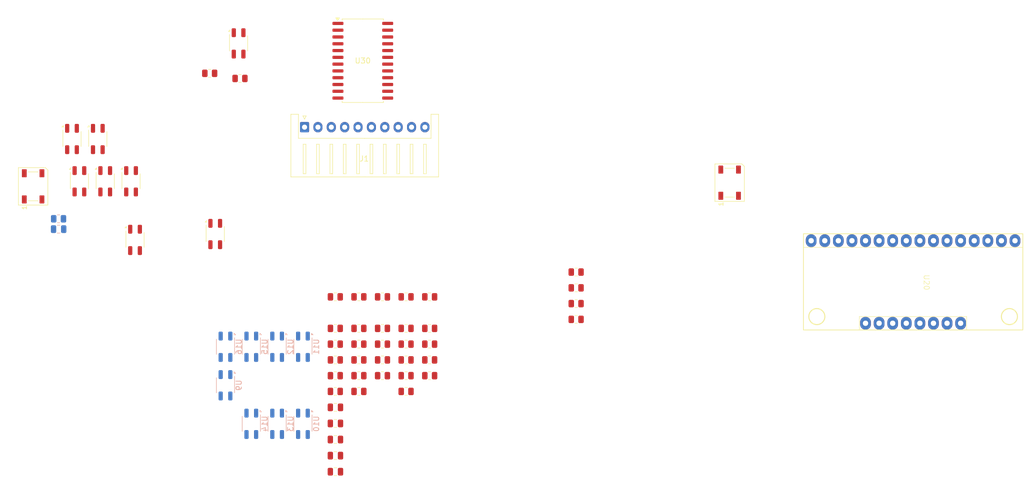
<source format=kicad_pcb>
(kicad_pcb (version 20241229) (generator "pcbnew") (generator_version "9.0")
  (layers (0 "F.Cu" signal) (2 "B.Cu" signal) (13 "F.Paste" user) (15 "B.Paste" user) (5 "F.SilkS" user "F.Silkscreen") (7 "B.SilkS" user "B.Silkscreen") (1 "F.Mask" user) (3 "B.Mask" user) (25 "Edge.Cuts" user))
  (net 0 "")
  (net 1 "+3V3")
  (net 2 "GND")
  (net 3 "+3.3V")
  (net 4 "Net-(D1-VDD)")
  (net 5 "Net-(D2-VDD)")
  (net 6 "/LEDs")
  (net 7 "/D_LED")
  (net 9 "/S3")
  (net 10 "/S2")
  (net 11 "/Data_EN")
  (net 12 "/S0")
  (net 13 "/SIG")
  (net 14 "/Data_2aux")
  (net 15 "/S1")
  (net 16 "Net-(U1-A)")
  (net 17 "Net-(U2-A)")
  (net 18 "Net-(U3-A)")
  (net 19 "Net-(U4-A)")
  (net 20 "/QRE_1")
  (net 21 "/QRE_2")
  (net 22 "/QRE_5")
  (net 23 "/QRE_6")
  (net 24 "Net-(U5-A)")
  (net 25 "Net-(U6-A)")
  (net 26 "/QRE_9")
  (net 27 "/QRE_10")
  (net 28 "Net-(U7-A)")
  (net 29 "Net-(U8-A)")
  (net 30 "/QRE_13")
  (net 31 "/QRE_14")
  (net 32 "Net-(U9-A)")
  (net 33 "Net-(U10-A)")
  (net 34 "/QRE_3")
  (net 35 "/QRE_4")
  (net 36 "Net-(U11-A)")
  (net 37 "Net-(U12-A)")
  (net 38 "/QRE_7")
  (net 39 "/QRE_8")
  (net 40 "Net-(U13-A)")
  (net 41 "Net-(U14-A)")
  (net 42 "/QRE_11")
  (net 43 "/QRE_12")
  (net 44 "Net-(U15-A)")
  (net 45 "Net-(U16-A)")
  (net 46 "/QRE_15")
  (net 47 "/QRE_0")
  (net 48 "/EN")
  (footprint "Resistor_SMD:R_0805_2012Metric" (layer "F.Cu") (at 155.19 129.085)
    (property "Reference" "R22" (hide yes))
    (property "Value" "20k")
    (pad "1" smd roundrect (at -0.9125 0) (size 1.025 1.4) (layers "F.Cu" "F.Mask" "F.Paste") (roundrect_rratio 0.243902) (net 39 "/QRE_8"))
    (pad "2" smd roundrect (at 0.9125 0) (size 1.025 1.4) (layers "F.Cu" "F.Mask" "F.Paste") (roundrect_rratio 0.243902) (net 1 "+3V3"))
  )
  (footprint "Resistor_SMD:R_0805_2012Metric" (layer "F.Cu") (at 150.78 132.035)
    (property "Reference" "R9" (hide yes))
    (property "Value" "100")
    (pad "1" smd roundrect (at -0.9125 0) (size 1.025 1.4) (layers "F.Cu" "F.Mask" "F.Paste") (roundrect_rratio 0.243902) (net 1 "+3V3"))
    (pad "2" smd roundrect (at 0.9125 0) (size 1.025 1.4) (layers "F.Cu" "F.Mask" "F.Paste") (roundrect_rratio 0.243902) (net 24 "Net-(U5-A)"))
  )
  (footprint "Resistor_SMD:R_0805_2012Metric" (layer "F.Cu") (at 159.6 137.935)
    (property "Reference" "R34" (hide yes))
    (property "Value" "100")
    (pad "1" smd roundrect (at -0.9125 0) (size 1.025 1.4) (layers "F.Cu" "F.Mask" "F.Paste") (roundrect_rratio 0.243902) (net 4 "Net-(D1-VDD)"))
    (pad "2" smd roundrect (at 0.9125 0) (size 1.025 1.4) (layers "F.Cu" "F.Mask" "F.Paste") (roundrect_rratio 0.243902) (net 3 "+3.3V"))
  )
  (footprint "OptoDevice:OnSemi_CASE100CY" (layer "F.Cu") (at 104.52 112.53)
    (property "Reference" "U2" (hide yes))
    (property "Value" "QRE1113GR")
    (pad "1" smd roundrect (at -0.9 -2) (size 0.79 1.66) (layers "F.Cu" "F.Mask" "F.Paste") (net 17 "Net-(U2-A)"))
    (pad "2" smd roundrect (at -0.9 2) (size 0.79 1.66) (layers "F.Cu" "F.Mask" "F.Paste") (net 2 "GND"))
    (pad "3" smd roundrect (at 0.9 2) (size 0.79 1.66) (layers "F.Cu" "F.Mask" "F.Paste") (net 47 "/QRE_0"))
    (pad "4" smd roundrect (at 0.9 -2) (size 0.79 1.66) (layers "F.Cu" "F.Mask" "F.Paste") (net 2 "GND"))
  )
  (footprint "Resistor_SMD:R_0805_2012Metric" (layer "F.Cu") (at 159.6 132.035)
    (property "Reference" "R6" (hide yes))
    (property "Value" "20k")
    (pad "1" smd roundrect (at -0.9125 0) (size 1.025 1.4) (layers "F.Cu" "F.Mask" "F.Paste") (roundrect_rratio 0.243902) (net 47 "/QRE_0"))
    (pad "2" smd roundrect (at 0.9125 0) (size 1.025 1.4) (layers "F.Cu" "F.Mask" "F.Paste") (roundrect_rratio 0.243902) (net 1 "+3V3"))
  )
  (footprint "Resistor_SMD:R_0805_2012Metric" (layer "F.Cu") (at 141.96 129.085)
    (property "Reference" "R11" (hide yes))
    (property "Value" "100")
    (pad "1" smd roundrect (at -0.9125 0) (size 1.025 1.4) (layers "F.Cu" "F.Mask" "F.Paste") (roundrect_rratio 0.243902) (net 1 "+3V3"))
    (pad "2" smd roundrect (at 0.9125 0) (size 1.025 1.4) (layers "F.Cu" "F.Mask" "F.Paste") (roundrect_rratio 0.243902) (net 28 "Net-(U7-A)"))
  )
  (footprint "Resistor_SMD:R_0805_2012Metric" (layer "F.Cu") (at 141.96 134.985)
    (property "Reference" "R7" (hide yes))
    (property "Value" "20k")
    (pad "1" smd roundrect (at -0.9125 0) (size 1.025 1.4) (layers "F.Cu" "F.Mask" "F.Paste") (roundrect_rratio 0.243902) (net 20 "/QRE_1"))
    (pad "2" smd roundrect (at 0.9125 0) (size 1.025 1.4) (layers "F.Cu" "F.Mask" "F.Paste") (roundrect_rratio 0.243902) (net 1 "+3V3"))
  )
  (footprint "Package_SO:SOIC-24W_7.5x15.4mm_P1.27mm" (layer "F.Cu") (at 147.1 79.005)
    (property "Reference" "U30" (at 0 0 0) (layer "F.SilkS"))
    (property "Value" "CD74HC4067M")
    (pad "1" smd roundrect (at -4.65 -6.985) (size 2.05 0.6) (layers "F.Cu" "F.Mask" "F.Paste") (net 13 "/SIG"))
    (pad "2" smd roundrect (at -4.65 -5.715) (size 2.05 0.6) (layers "F.Cu" "F.Mask" "F.Paste") (net 38 "/QRE_7"))
    (pad "3" smd roundrect (at -4.65 -4.445) (size 2.05 0.6) (layers "F.Cu" "F.Mask" "F.Paste") (net 23 "/QRE_6"))
    (pad "4" smd roundrect (at -4.65 -3.175) (size 2.05 0.6) (layers "F.Cu" "F.Mask" "F.Paste") (net 22 "/QRE_5"))
    (pad "5" smd roundrect (at -4.65 -1.905) (size 2.05 0.6) (layers "F.Cu" "F.Mask" "F.Paste") (net 35 "/QRE_4"))
    (pad "6" smd roundrect (at -4.65 -0.635) (size 2.05 0.6) (layers "F.Cu" "F.Mask" "F.Paste") (net 34 "/QRE_3"))
    (pad "7" smd roundrect (at -4.65 0.635) (size 2.05 0.6) (layers "F.Cu" "F.Mask" "F.Paste") (net 21 "/QRE_2"))
    (pad "8" smd roundrect (at -4.65 1.905) (size 2.05 0.6) (layers "F.Cu" "F.Mask" "F.Paste") (net 20 "/QRE_1"))
    (pad "9" smd roundrect (at -4.65 3.175) (size 2.05 0.6) (layers "F.Cu" "F.Mask" "F.Paste") (net 47 "/QRE_0"))
    (pad "10" smd roundrect (at -4.65 4.445) (size 2.05 0.6) (layers "F.Cu" "F.Mask" "F.Paste") (net 12 "/S0"))
    (pad "11" smd roundrect (at -4.65 5.715) (size 2.05 0.6) (layers "F.Cu" "F.Mask" "F.Paste") (net 15 "/S1"))
    (pad "12" smd roundrect (at -4.65 6.985) (size 2.05 0.6) (layers "F.Cu" "F.Mask" "F.Paste") (net 2 "GND"))
    (pad "13" smd roundrect (at 4.65 6.985) (size 2.05 0.6) (layers "F.Cu" "F.Mask" "F.Paste") (net 9 "/S3"))
    (pad "14" smd roundrect (at 4.65 5.715) (size 2.05 0.6) (layers "F.Cu" "F.Mask" "F.Paste") (net 10 "/S2"))
    (pad "15" smd roundrect (at 4.65 4.445) (size 2.05 0.6) (layers "F.Cu" "F.Mask" "F.Paste") (net 48 "/EN"))
    (pad "16" smd roundrect (at 4.65 3.175) (size 2.05 0.6) (layers "F.Cu" "F.Mask" "F.Paste") (net 46 "/QRE_15"))
    (pad "17" smd roundrect (at 4.65 1.905) (size 2.05 0.6) (layers "F.Cu" "F.Mask" "F.Paste") (net 31 "/QRE_14"))
    (pad "18" smd roundrect (at 4.65 0.635) (size 2.05 0.6) (layers "F.Cu" "F.Mask" "F.Paste") (net 30 "/QRE_13"))
    (pad "19" smd roundrect (at 4.65 -0.635) (size 2.05 0.6) (layers "F.Cu" "F.Mask" "F.Paste") (net 43 "/QRE_12"))
    (pad "20" smd roundrect (at 4.65 -1.905) (size 2.05 0.6) (layers "F.Cu" "F.Mask" "F.Paste") (net 42 "/QRE_11"))
    (pad "21" smd roundrect (at 4.65 -3.175) (size 2.05 0.6) (layers "F.Cu" "F.Mask" "F.Paste") (net 27 "/QRE_10"))
    (pad "22" smd roundrect (at 4.65 -4.445) (size 2.05 0.6) (layers "F.Cu" "F.Mask" "F.Paste") (net 26 "/QRE_9"))
    (pad "23" smd roundrect (at 4.65 -5.715) (size 2.05 0.6) (layers "F.Cu" "F.Mask" "F.Paste") (net 39 "/QRE_8"))
    (pad "24" smd roundrect (at 4.65 -6.985) (size 2.05 0.6) (layers "F.Cu" "F.Mask" "F.Paste") (net 1 "+3V3"))
  )
  (footprint "Resistor_SMD:R_0805_2012Metric" (layer "F.Cu") (at 118.48 81.36)
    (property "Reference" "R10" (hide yes))
    (property "Value" "100")
    (pad "1" smd roundrect (at -0.9125 0) (size 1.025 1.4) (layers "F.Cu" "F.Mask" "F.Paste") (roundrect_rratio 0.243902) (net 1 "+3V3"))
    (pad "2" smd roundrect (at 0.9125 0) (size 1.025 1.4) (layers "F.Cu" "F.Mask" "F.Paste") (roundrect_rratio 0.243902) (net 25 "Net-(U6-A)"))
  )
  (footprint "Resistor_SMD:R_0805_2012Metric" (layer "F.Cu") (at 146.37 123.185)
    (property "Reference" "R16" (hide yes))
    (property "Value" "20k")
    (pad "1" smd roundrect (at -0.9125 0) (size 1.025 1.4) (layers "F.Cu" "F.Mask" "F.Paste") (roundrect_rratio 0.243902) (net 23 "/QRE_6"))
    (pad "2" smd roundrect (at 0.9125 0) (size 1.025 1.4) (layers "F.Cu" "F.Mask" "F.Paste") (roundrect_rratio 0.243902) (net 1 "+3V3"))
  )
  (footprint "OptoDevice:OnSemi_CASE100CY" (layer "F.Cu") (at 123.88 75.76)
    (property "Reference" "U6" (hide yes))
    (property "Value" "QRE1113GR")
    (pad "1" smd roundrect (at -0.9 -2) (size 0.79 1.66) (layers "F.Cu" "F.Mask" "F.Paste") (net 25 "Net-(U6-A)"))
    (pad "2" smd roundrect (at -0.9 2) (size 0.79 1.66) (layers "F.Cu" "F.Mask" "F.Paste") (net 2 "GND"))
    (pad "3" smd roundrect (at 0.9 2) (size 0.79 1.66) (layers "F.Cu" "F.Mask" "F.Paste") (net 38 "/QRE_7"))
    (pad "4" smd roundrect (at 0.9 -2) (size 0.79 1.66) (layers "F.Cu" "F.Mask" "F.Paste") (net 2 "GND"))
  )
  (footprint "OptoDevice:OnSemi_CASE100CY" (layer "F.Cu") (at 94.125 101.56)
    (property "Reference" "U4" (hide yes))
    (property "Value" "QRE1113GR")
    (pad "1" smd roundrect (at -0.9 -2) (size 0.79 1.66) (layers "F.Cu" "F.Mask" "F.Paste") (net 19 "Net-(U4-A)"))
    (pad "2" smd roundrect (at -0.9 2) (size 0.79 1.66) (layers "F.Cu" "F.Mask" "F.Paste") (net 2 "GND"))
    (pad "3" smd roundrect (at 0.9 2) (size 0.79 1.66) (layers "F.Cu" "F.Mask" "F.Paste") (net 21 "/QRE_2"))
    (pad "4" smd roundrect (at 0.9 -2) (size 0.79 1.66) (layers "F.Cu" "F.Mask" "F.Paste") (net 2 "GND"))
  )
  (footprint "Connector_JST:JST_XH_S10B-XH-A_1x10_P2.50mm_Horizontal" (layer "F.Cu") (at 136.21 91.435)
    (property "Reference" "J1" (at 11.16 5.905 180) (layer "F.SilkS"))
    (property "Value" "Sensors")
    (pad "1" thru_hole roundrect (at 0 0) (size 1.7 1.95) (drill 0.95) (layers "*.Cu" "*.Mask") (roundrect_rratio 0.147059) (net 14 "/Data_2aux"))
    (pad "2" thru_hole oval (at 2.5 0) (size 1.7 1.95) (drill 0.95) (layers "*.Cu" "*.Mask") (net 6 "/LEDs"))
    (pad "3" thru_hole oval (at 5 0) (size 1.7 1.95) (drill 0.95) (layers "*.Cu" "*.Mask") (net 13 "/SIG"))
    (pad "4" thru_hole oval (at 7.5 0) (size 1.7 1.95) (drill 0.95) (layers "*.Cu" "*.Mask") (net 9 "/S3"))
    (pad "5" thru_hole oval (at 10 0) (size 1.7 1.95) (drill 0.95) (layers "*.Cu" "*.Mask") (net 10 "/S2"))
    (pad "6" thru_hole oval (at 12.5 0) (size 1.7 1.95) (drill 0.95) (layers "*.Cu" "*.Mask") (net 15 "/S1"))
    (pad "7" thru_hole oval (at 15 0) (size 1.7 1.95) (drill 0.95) (layers "*.Cu" "*.Mask") (net 12 "/S0"))
    (pad "8" thru_hole oval (at 17.5 0) (size 1.7 1.95) (drill 0.95) (layers "*.Cu" "*.Mask") (net 11 "/Data_EN"))
    (pad "9" thru_hole oval (at 20 0) (size 1.7 1.95) (drill 0.95) (layers "*.Cu" "*.Mask") (net 3 "+3.3V"))
    (pad "10" thru_hole oval (at 22.5 0) (size 1.7 1.95) (drill 0.95) (layers "*.Cu" "*.Mask") (net 2 "GND"))
  )
  (footprint "Resistor_SMD:R_0805_2012Metric" (layer "F.Cu") (at 155.19 134.985)
    (property "Reference" "R26" (hide yes))
    (property "Value" "100")
    (pad "1" smd roundrect (at -0.9125 0) (size 1.025 1.4) (layers "F.Cu" "F.Mask" "F.Paste") (roundrect_rratio 0.243902) (net 1 "+3V3"))
    (pad "2" smd roundrect (at 0.9125 0) (size 1.025 1.4) (layers "F.Cu" "F.Mask" "F.Paste") (roundrect_rratio 0.243902) (net 40 "Net-(U13-A)"))
  )
  (footprint "OptoDevice:OnSemi_CASE100CY" (layer "F.Cu") (at 97.5625 93.65)
    (property "Reference" "U5" (hide yes))
    (property "Value" "QRE1113GR")
    (pad "1" smd roundrect (at -0.9 -2) (size 0.79 1.66) (layers "F.Cu" "F.Mask" "F.Paste") (net 24 "Net-(U5-A)"))
    (pad "2" smd roundrect (at -0.9 2) (size 0.79 1.66) (layers "F.Cu" "F.Mask" "F.Paste") (net 2 "GND"))
    (pad "3" smd roundrect (at 0.9 2) (size 0.79 1.66) (layers "F.Cu" "F.Mask" "F.Paste") (net 35 "/QRE_4"))
    (pad "4" smd roundrect (at 0.9 -2) (size 0.79 1.66) (layers "F.Cu" "F.Mask" "F.Paste") (net 2 "GND"))
  )
  (footprint "Capacitor_SMD:C_0805_2012Metric" (layer "F.Cu") (at 141.98 143.865)
    (property "Reference" "C1" (hide yes))
    (property "Value" "100nF")
    (pad "1" smd roundrect (at -0.95 0) (size 1 1.45) (layers "F.Cu" "F.Mask" "F.Paste") (net 1 "+3V3"))
    (pad "2" smd roundrect (at 0.95 0) (size 1 1.45) (layers "F.Cu" "F.Mask" "F.Paste") (net 2 "GND"))
  )
  (footprint "OptoDevice:OnSemi_CASE100CY" (layer "F.Cu") (at 98.95 101.56)
    (property "Reference" "U7" (hide yes))
    (property "Value" "QRE1113GR")
    (pad "1" smd roundrect (at -0.9 -2) (size 0.79 1.66) (layers "F.Cu" "F.Mask" "F.Paste") (net 28 "Net-(U7-A)"))
    (pad "2" smd roundrect (at -0.9 2) (size 0.79 1.66) (layers "F.Cu" "F.Mask" "F.Paste") (net 2 "GND"))
    (pad "3" smd roundrect (at 0.9 2) (size 0.79 1.66) (layers "F.Cu" "F.Mask" "F.Paste") (net 22 "/QRE_5"))
    (pad "4" smd roundrect (at 0.9 -2) (size 0.79 1.66) (layers "F.Cu" "F.Mask" "F.Paste") (net 2 "GND"))
  )
  (footprint "Resistor_SMD:R_0805_2012Metric" (layer "F.Cu") (at 146.37 129.085)
    (property "Reference" "R20" (hide yes))
    (property "Value" "100")
    (pad "1" smd roundrect (at -0.9125 0) (size 1.025 1.4) (layers "F.Cu" "F.Mask" "F.Paste") (roundrect_rratio 0.243902) (net 1 "+3V3"))
    (pad "2" smd roundrect (at 0.9125 0) (size 1.025 1.4) (layers "F.Cu" "F.Mask" "F.Paste") (roundrect_rratio 0.243902) (net 37 "Net-(U12-A)"))
  )
  (footprint "Capacitor_SMD:C_0805_2012Metric" (layer "F.Cu") (at 141.98 146.875)
    (property "Reference" "C2" (hide yes))
    (property "Value" "10uF")
    (pad "1" smd roundrect (at -0.95 0) (size 1 1.45) (layers "F.Cu" "F.Mask" "F.Paste") (net 1 "+3V3"))
    (pad "2" smd roundrect (at 0.95 0) (size 1 1.45) (layers "F.Cu" "F.Mask" "F.Paste") (net 2 "GND"))
  )
  (footprint "Resistor_SMD:R_0805_2012Metric" (layer "F.Cu") (at 159.6 134.985)
    (property "Reference" "R21" (hide yes))
    (property "Value" "10k")
    (pad "1" smd roundrect (at -0.9125 0) (size 1.025 1.4) (layers "F.Cu" "F.Mask" "F.Paste") (roundrect_rratio 0.243902) (net 48 "/EN"))
    (pad "2" smd roundrect (at 0.9125 0) (size 1.025 1.4) (layers "F.Cu" "F.Mask" "F.Paste") (roundrect_rratio 0.243902) (net 2 "GND"))
  )
  (footprint "OptoDevice:OnSemi_CASE100CY" (layer "F.Cu") (at 92.7375 93.65)
    (property "Reference" "U1" (hide yes))
    (property "Value" "QRE1113GR")
    (pad "1" smd roundrect (at -0.9 -2) (size 0.79 1.66) (layers "F.Cu" "F.Mask" "F.Paste") (net 16 "Net-(U1-A)"))
    (pad "2" smd roundrect (at -0.9 2) (size 0.79 1.66) (layers "F.Cu" "F.Mask" "F.Paste") (net 2 "GND"))
    (pad "3" smd roundrect (at 0.9 2) (size 0.79 1.66) (layers "F.Cu" "F.Mask" "F.Paste") (net 34 "/QRE_3"))
    (pad "4" smd roundrect (at 0.9 -2) (size 0.79 1.66) (layers "F.Cu" "F.Mask" "F.Paste") (net 2 "GND"))
  )
  (footprint "Resistor_SMD:R_0805_2012Metric" (layer "F.Cu") (at 155.19 140.885)
    (property "Reference" "R30" (hide yes))
    (property "Value" "20k")
    (pad "1" smd roundrect (at -0.9125 0) (size 1.025 1.4) (layers "F.Cu" "F.Mask" "F.Paste") (roundrect_rratio 0.243902) (net 43 "/QRE_12"))
    (pad "2" smd roundrect (at 0.9125 0) (size 1.025 1.4) (layers "F.Cu" "F.Mask" "F.Paste") (roundrect_rratio 0.243902) (net 1 "+3V3"))
  )
  (footprint "MixLib:CD74HC4067_module" (layer "F.Cu") (at 250.17 120.43 -90)
    (property "Reference" "U20" (at 0.05 -2.3 270) (layer "F.SilkS") (effects (font (thickness 0.1))))
    (property "Value" "CD74HC4067")
    (pad "1" thru_hole oval (at -7.75 -18.84 270) (size 2.4 2) (drill 1) (layers "*.Cu" "*.Mask") (net 46 "/QRE_15"))
    (pad "2" thru_hole oval (at -7.75 -16.3 270) (size 2.4 2) (drill 1) (layers "*.Cu" "*.Mask") (net 31 "/QRE_14"))
    (pad "3" thru_hole oval (at -7.75 -13.76 270) (size 2.4 2) (drill 1) (layers "*.Cu" "*.Mask") (net 30 "/QRE_13"))
    (pad "4" thru_hole oval (at -7.75 -11.22 270) (size 2.4 2) (drill 1) (layers "*.Cu" "*.Mask") (net 43 "/QRE_12"))
    (pad "5" thru_hole oval (at -7.75 -8.68 270) (size 2.4 2) (drill 1) (layers "*.Cu" "*.Mask") (net 42 "/QRE_11"))
    (pad "6" thru_hole oval (at -7.75 -6.14 270) (size 2.4 2) (drill 1) (layers "*.Cu" "*.Mask") (net 27 "/QRE_10"))
    (pad "7" thru_hole oval (at -7.75 -3.6 270) (size 2.4 2) (drill 1) (layers "*.Cu" "*.Mask") (net 26 "/QRE_9"))
    (pad "8" thru_hole oval (at -7.75 -1.06 270) (size 2.4 2) (drill 1) (layers "*.Cu" "*.Mask") (net 39 "/QRE_8"))
    (pad "9" thru_hole oval (at -7.75 1.48 270) (size 2.4 2) (drill 1) (layers "*.Cu" "*.Mask") (net 38 "/QRE_7"))
    (pad "10" thru_hole oval (at -7.75 4.02 270) (size 2.4 2) (drill 1) (layers "*.Cu" "*.Mask") (net 23 "/QRE_6"))
    (pad "11" thru_hole oval (at -7.75 6.56 270) (size 2.4 2) (drill 1) (layers "*.Cu" "*.Mask") (net 22 "/QRE_5"))
    (pad "12" thru_hole oval (at -7.75 9.1 270) (size 2.4 2) (drill 1) (layers "*.Cu" "*.Mask") (net 35 "/QRE_4"))
    (pad "13" thru_hole oval (at -7.75 11.64 270) (size 2.4 2) (drill 1) (layers "*.Cu" "*.Mask") (net 34 "/QRE_3"))
    (pad "14" thru_hole oval (at -7.75 14.18 270) (size 2.4 2) (drill 1) (layers "*.Cu" "*.Mask") (net 21 "/QRE_2"))
    (pad "15" thru_hole oval (at -7.75 16.72 270) (size 2.4 2) (drill 1) (layers "*.Cu" "*.Mask") (net 20 "/QRE_1"))
    (pad "16" thru_hole oval (at -7.75 19.26 270) (size 2.4 2) (drill 1) (layers "*.Cu" "*.Mask") (net 47 "/QRE_0"))
    (pad "17" thru_hole oval (at 7.7 -8.68 270) (size 2.4 2) (drill 1) (layers "*.Cu" "*.Mask") (net 13 "/SIG"))
    (pad "18" thru_hole oval (at 7.7 -6.14 270) (size 2.4 2) (drill 1) (layers "*.Cu" "*.Mask") (net 9 "/S3"))
    (pad "19" thru_hole oval (at 7.7 -3.6 270) (size 2.4 2) (drill 1) (layers "*.Cu" "*.Mask") (net 10 "/S2"))
    (pad "20" thru_hole oval (at 7.7 -1.06 270) (size 2.4 2) (drill 1) (layers "*.Cu" "*.Mask") (net 15 "/S1"))
    (pad "21" thru_hole oval (at 7.7 1.48 270) (size 2.4 2) (drill 1) (layers "*.Cu" "*.Mask") (net 12 "/S0"))
    (pad "22" thru_hole oval (at 7.7 4.02 270) (size 2.4 2) (drill 1) (layers "*.Cu" "*.Mask") (net 48 "/EN"))
    (pad "23" thru_hole oval (at 7.7 6.56 270) (size 2.4 2) (drill 1) (layers "*.Cu" "*.Mask") (net 1 "+3V3"))
    (pad "24" thru_hole oval (at 7.7 9.1 270) (size 2.4 2) (drill 1) (layers "*.Cu" "*.Mask") (net 2 "GND"))
  )
  (footprint "Resistor_SMD:R_0805_2012Metric" (layer "F.Cu") (at 150.78 123.185)
    (property "Reference" "R32" (hide yes))
    (property "Value" "20k")
    (pad "1" smd roundrect (at -0.9125 0) (size 1.025 1.4) (layers "F.Cu" "F.Mask" "F.Paste") (roundrect_rratio 0.243902) (net 30 "/QRE_13"))
    (pad "2" smd roundrect (at 0.9125 0) (size 1.025 1.4) (layers "F.Cu" "F.Mask" "F.Paste") (roundrect_rratio 0.243902) (net 1 "+3V3"))
  )
  (footprint "Resistor_SMD:R_0805_2012Metric" (layer "F.Cu") (at 124.14 82.32)
    (property "Reference" "R14" (hide yes))
    (property "Value" "20k")
    (pad "1" smd roundrect (at -0.9125 0) (size 1.025 1.4) (layers "F.Cu" "F.Mask" "F.Paste") (roundrect_rratio 0.243902) (net 38 "/QRE_7"))
    (pad "2" smd roundrect (at 0.9125 0) (size 1.025 1.4) (layers "F.Cu" "F.Mask" "F.Paste") (roundrect_rratio 0.243902) (net 1 "+3V3"))
  )
  (footprint "Resistor_SMD:R_0805_2012Metric" (layer "F.Cu") (at 186.9775 121.5)
    (property "Reference" "R4" (hide yes))
    (property "Value" "100")
    (pad "1" smd roundrect (at -0.9125 0) (size 1.025 1.4) (layers "F.Cu" "F.Mask" "F.Paste") (roundrect_rratio 0.243902) (net 1 "+3V3"))
    (pad "2" smd roundrect (at 0.9125 0) (size 1.025 1.4) (layers "F.Cu" "F.Mask" "F.Paste") (roundrect_rratio 0.243902) (net 19 "Net-(U4-A)"))
  )
  (footprint "Resistor_SMD:R_0805_2012Metric" (layer "F.Cu") (at 146.37 137.935)
    (property "Reference" "R28" (hide yes))
    (property "Value" "100")
    (pad "1" smd roundrect (at -0.9125 0) (size 1.025 1.4) (layers "F.Cu" "F.Mask" "F.Paste") (roundrect_rratio 0.243902) (net 1 "+3V3"))
    (pad "2" smd roundrect (at 0.9125 0) (size 1.025 1.4) (layers "F.Cu" "F.Mask" "F.Paste") (roundrect_rratio 0.243902) (net 44 "Net-(U15-A)"))
  )
  (footprint "Resistor_SMD:R_0805_2012Metric" (layer "F.Cu") (at 141.96 132.035)
    (property "Reference" "R12" (hide yes))
    (property "Value" "100")
    (pad "1" smd roundrect (at -0.9125 0) (size 1.025 1.4) (layers "F.Cu" "F.Mask" "F.Paste") (roundrect_rratio 0.243902) (net 1 "+3V3"))
    (pad "2" smd roundrect (at 0.9125 0) (size 1.025 1.4) (layers "F.Cu" "F.Mask" "F.Paste") (roundrect_rratio 0.243902) (net 29 "Net-(U8-A)"))
  )
  (footprint "OptoDevice:OnSemi_CASE100CY" (layer "F.Cu") (at 119.515 111.43)
    (property "Reference" "U3" (hide yes))
    (property "Value" "QRE1113GR")
    (pad "1" smd roundrect (at -0.9 -2) (size 0.79 1.66) (layers "F.Cu" "F.Mask" "F.Paste") (net 18 "Net-(U3-A)"))
    (pad "2" smd roundrect (at -0.9 2) (size 0.79 1.66) (layers "F.Cu" "F.Mask" "F.Paste") (net 2 "GND"))
    (pad "3" smd roundrect (at 0.9 2) (size 0.79 1.66) (layers "F.Cu" "F.Mask" "F.Paste") (net 20 "/QRE_1"))
    (pad "4" smd roundrect (at 0.9 -2) (size 0.79 1.66) (layers "F.Cu" "F.Mask" "F.Paste") (net 2 "GND"))
  )
  (footprint "OptoDevice:OnSemi_CASE100CY" (layer "F.Cu") (at 103.775 101.56)
    (property "Reference" "U8" (hide yes))
    (property "Value" "QRE1113GR")
    (pad "1" smd roundrect (at -0.9 -2) (size 0.79 1.66) (layers "F.Cu" "F.Mask" "F.Paste") (net 29 "Net-(U8-A)"))
    (pad "2" smd roundrect (at -0.9 2) (size 0.79 1.66) (layers "F.Cu" "F.Mask" "F.Paste") (net 2 "GND"))
    (pad "3" smd roundrect (at 0.9 2) (size 0.79 1.66) (layers "F.Cu" "F.Mask" "F.Paste") (net 23 "/QRE_6"))
    (pad "4" smd roundrect (at 0.9 -2) (size 0.79 1.66) (layers "F.Cu" "F.Mask" "F.Paste") (net 2 "GND"))
  )
  (footprint "MountingHole:MountingHole_3.2mm_M3_DIN965" (layer "F.Cu") (at 129.96 91.925)
    (property "Reference" "H1" (hide yes))
    (property "Value" "MountingHole")
    (pad "" np_thru_hole circle (at 0 0) (size 3.2 3.2) (drill 3.2) (layers "*.Cu" "*.Mask"))
  )
  (footprint "Resistor_SMD:R_0805_2012Metric" (layer "F.Cu") (at 159.6 123.185)
    (property "Reference" "R27" (hide yes))
    (property "Value" "100")
    (pad "1" smd roundrect (at -0.9125 0) (size 1.025 1.4) (layers "F.Cu" "F.Mask" "F.Paste") (roundrect_rratio 0.243902) (net 1 "+3V3"))
    (pad "2" smd roundrect (at 0.9125 0) (size 1.025 1.4) (layers "F.Cu" "F.Mask" "F.Paste") (roundrect_rratio 0.243902) (net 41 "Net-(U14-A)"))
  )
  (footprint "Resistor_SMD:R_0805_2012Metric" (layer "F.Cu") (at 146.37 134.985)
    (property "Reference" "R25" (hide yes))
    (property "Value" "20k")
    (pad "1" smd roundrect (at -0.9125 0) (size 1.025 1.4) (layers "F.Cu" "F.Mask" "F.Paste") (roundrect_rratio 0.243902) (net 27 "/QRE_10"))
    (pad "2" smd roundrect (at 0.9125 0) (size 1.025 1.4) (layers "F.Cu" "F.Mask" "F.Paste") (roundrect_rratio 0.243902) (net 1 "+3V3"))
  )
  (footprint "Resistor_SMD:R_0805_2012Metric" (layer "F.Cu") (at 146.37 132.035)
    (property "Reference" "R24" (hide yes))
    (property "Value" "20k")
    (pad "1" smd roundrect (at -0.9125 0) (size 1.025 1.4) (layers "F.Cu" "F.Mask" "F.Paste") (roundrect_rratio 0.243902) (net 26 "/QRE_9"))
    (pad "2" smd roundrect (at 0.9125 0) (size 1.025 1.4) (layers "F.Cu" "F.Mask" "F.Paste") (roundrect_rratio 0.243902) (net 1 "+3V3"))
  )
  (footprint "MountingHole:MountingHole_3.2mm_M3_DIN965" (layer "F.Cu") (at 164.96 91.925)
    (property "Reference" "H2" (hide yes))
    (property "Value" "MountingHole")
    (pad "" np_thru_hole circle (at 0 0) (size 3.2 3.2) (drill 3.2) (layers "*.Cu" "*.Mask"))
  )
  (footprint "LED_SMD:LED_WS2812B_PLCC4_5.0x5.0mm_P3.2mm" (layer "F.Cu") (at 215.67 101.82 90)
    (property "Reference" "D1" (hide yes))
    (property "Value" "WS2812B")
    (fp_text user "1" (at -4 -1.6 90) (layer "F.SilkS") (effects (font (size 0.8 0.8))))
    (pad "1" smd roundrect (at -2.45 -1.65 90) (size 1.5 0.9) (layers "F.Cu" "F.Mask" "F.Paste") (roundrect_rratio 0.1) (net 4 "Net-(D1-VDD)"))
    (pad "2" smd roundrect (at -2.45 1.65 90) (size 1.5 0.9) (layers "F.Cu" "F.Mask" "F.Paste") (roundrect_rratio 0.1) (net 7 "/D_LED"))
    (pad "3" smd roundrect (at 2.45 1.65 90) (size 1.5 0.9) (layers "F.Cu" "F.Mask" "F.Paste") (roundrect_rratio 0.1) (net 2 "GND"))
    (pad "4" smd roundrect (at 2.45 -1.65 90) (size 1.5 0.9) (layers "F.Cu" "F.Mask" "F.Paste") (roundrect_rratio 0.1) (net 6 "/LEDs"))
  )
  (footprint "Capacitor_SMD:C_0805_2012Metric" (layer "F.Cu") (at 141.98 155.905)
    (property "Reference" "C4" (hide yes))
    (property "Value" "100nF")
    (pad "1" smd roundrect (at -0.95 0) (size 1 1.45) (layers "F.Cu" "F.Mask" "F.Paste") (net 4 "Net-(D1-VDD)"))
    (pad "2" smd roundrect (at 0.95 0) (size 1 1.45) (layers "F.Cu" "F.Mask" "F.Paste") (net 2 "GND"))
  )
  (footprint "Resistor_SMD:R_0805_2012Metric" (layer "F.Cu") (at 186.9775 118.55)
    (property "Reference" "R2" (hide yes))
    (property "Value" "100")
    (pad "1" smd roundrect (at -0.9125 0) (size 1.025 1.4) (layers "F.Cu" "F.Mask" "F.Paste") (roundrect_rratio 0.243902) (net 1 "+3V3"))
    (pad "2" smd roundrect (at 0.9125 0) (size 1.025 1.4) (layers "F.Cu" "F.Mask" "F.Paste") (roundrect_rratio 0.243902) (net 17 "Net-(U2-A)"))
  )
  (footprint "LED_SMD:LED_WS2812B_PLCC4_5.0x5.0mm_P3.2mm" (layer "F.Cu") (at 85.47 102.51 90)
    (property "Reference" "D2" (hide yes))
    (property "Value" "WS2812B")
    (fp_text user "1" (at -4 -1.6 90) (layer "F.SilkS") (effects (font (size 0.8 0.8))))
    (pad "1" smd roundrect (at -2.45 -1.65 90) (size 1.5 0.9) (layers "F.Cu" "F.Mask" "F.Paste") (roundrect_rratio 0.1) (net 5 "Net-(D2-VDD)"))
    (pad "2" smd roundrect (at -2.45 1.65 90) (size 1.5 0.9) (layers "F.Cu" "F.Mask" "F.Paste") (roundrect_rratio 0.1))
    (pad "3" smd roundrect (at 2.45 1.65 90) (size 1.5 0.9) (layers "F.Cu" "F.Mask" "F.Paste") (roundrect_rratio 0.1) (net 2 "GND"))
    (pad "4" smd roundrect (at 2.45 -1.65 90) (size 1.5 0.9) (layers "F.Cu" "F.Mask" "F.Paste") (roundrect_rratio 0.1) (net 7 "/D_LED"))
  )
  (footprint "Capacitor_SMD:C_0805_2012Metric" (layer "F.Cu") (at 141.98 152.895)
    (property "Reference" "C3" (hide yes))
    (property "Value" "100nF")
    (pad "1" smd roundrect (at -0.95 0) (size 1 1.45) (layers "F.Cu" "F.Mask" "F.Paste") (net 3 "+3.3V"))
    (pad "2" smd roundrect (at 0.95 0) (size 1 1.45) (layers "F.Cu" "F.Mask" "F.Paste") (net 2 "GND"))
  )
  (footprint "Resistor_SMD:R_0805_2012Metric" (layer "F.Cu") (at 155.19 123.185)
    (property "Reference" "R17" (hide yes))
    (property "Value" "100")
    (pad "1" smd roundrect (at -0.9125 0) (size 1.025 1.4) (layers "F.Cu" "F.Mask" "F.Paste") (roundrect_rratio 0.243902) (net 1 "+3V3"))
    (pad "2" smd roundrect (at 0.9125 0) (size 1.025 1.4) (layers "F.Cu" "F.Mask" "F.Paste") (roundrect_rratio 0.243902) (net 32 "Net-(U9-A)"))
  )
  (footprint "Resistor_SMD:R_0805_2012Metric" (layer "F.Cu") (at 141.96 140.885)
    (property "Reference" "R15" (hide yes))
    (property "Value" "20k")
    (pad "1" smd roundrect (at -0.9125 0) (size 1.025 1.4) (layers "F.Cu" "F.Mask" "F.Paste") (roundrect_rratio 0.243902) (net 22 "/QRE_5"))
    (pad "2" smd roundrect (at 0.9125 0) (size 1.025 1.4) (layers "F.Cu" "F.Mask" "F.Paste") (roundrect_rratio 0.243902) (net 1 "+3V3"))
  )
  (footprint "Resistor_SMD:R_0805_2012Metric" (layer "F.Cu") (at 159.6 129.085)
    (property "Reference" "R31" (hide yes))
    (property "Value" "20k")
    (pad "1" smd roundrect (at -0.9125 0) (size 1.025 1.4) (layers "F.Cu" "F.Mask" "F.Paste") (roundrect_rratio 0.243902) (net 46 "/QRE_15"))
    (pad "2" smd roundrect (at 0.9125 0) (size 1.025 1.4) (layers "F.Cu" "F.Mask" "F.Paste") (roundrect_rratio 0.243902) (net 1 "+3V3"))
  )
  (footprint "Resistor_SMD:R_0805_2012Metric" (layer "F.Cu") (at 155.19 132.035)
    (property "Reference" "R18" (hide yes))
    (property "Value" "100")
    (pad "1" smd roundrect (at -0.9125 0) (size 1.025 1.4) (layers "F.Cu" "F.Mask" "F.Paste") (roundrect_rratio 0.243902) (net 1 "+3V3"))
    (pad "2" smd roundrect (at 0.9125 0) (size 1.025 1.4) (layers "F.Cu" "F.Mask" "F.Paste") (roundrect_rratio 0.243902) (net 33 "Net-(U10-A)"))
  )
  (footprint "Resistor_SMD:R_0805_2012Metric" (layer "F.Cu") (at 150.78 137.935)
    (property "Reference" "R13" (hide yes))
    (property "Value" "20k")
    (pad "1" smd roundrect (at -0.9125 0) (size 1.025 1.4) (layers "F.Cu" "F.Mask" "F.Paste") (roundrect_rratio 0.243902) (net 35 "/QRE_4"))
    (pad "2" smd roundrect (at 0.9125 0) (size 1.025 1.4) (layers "F.Cu" "F.Mask" "F.Paste") (roundrect_rratio 0.243902) (net 1 "+3V3"))
  )
  (footprint "Resistor_SMD:R_0805_2012Metric" (layer "F.Cu") (at 155.19 137.935)
    (property "Reference" "R23" (hide yes))
    (property "Value" "20k")
    (pad "1" smd roundrect (at -0.9125 0) (size 1.025 1.4) (layers "F.Cu" "F.Mask" "F.Paste") (roundrect_rratio 0.243902) (net 42 "/QRE_11"))
    (pad "2" smd roundrect (at 0.9125 0) (size 1.025 1.4) (layers "F.Cu" "F.Mask" "F.Paste") (roundrect_rratio 0.243902) (net 1 "+3V3"))
  )
  (footprint "Resistor_SMD:R_0805_2012Metric" (layer "F.Cu") (at 146.37 140.885)
    (property "Reference" "R29" (hide yes))
    (property "Value" "100")
    (pad "1" smd roundrect (at -0.9125 0) (size 1.025 1.4) (layers "F.Cu" "F.Mask" "F.Paste") (roundrect_rratio 0.243902) (net 1 "+3V3"))
    (pad "2" smd roundrect (at 0.9125 0) (size 1.025 1.4) (layers "F.Cu" "F.Mask" "F.Paste") (roundrect_rratio 0.243902) (net 45 "Net-(U16-A)"))
  )
  (footprint "Capacitor_SMD:C_0805_2012Metric" (layer "F.Cu") (at 141.98 149.885)
    (property "Reference" "C5" (hide yes))
    (property "Value" "22uF")
    (pad "1" smd roundrect (at -0.95 0) (size 1 1.45) (layers "F.Cu" "F.Mask" "F.Paste") (net 3 "+3.3V"))
    (pad "2" smd roundrect (at 0.95 0) (size 1 1.45) (layers "F.Cu" "F.Mask" "F.Paste") (net 2 "GND"))
  )
  (footprint "Resistor_SMD:R_0805_2012Metric" (layer "F.Cu") (at 150.78 129.085)
    (property "Reference" "R1" (hide yes))
    (property "Value" "100")
    (pad "1" smd roundrect (at -0.9125 0) (size 1.025 1.4) (layers "F.Cu" "F.Mask" "F.Paste") (roundrect_rratio 0.243902) (net 1 "+3V3"))
    (pad "2" smd roundrect (at 0.9125 0) (size 1.025 1.4) (layers "F.Cu" "F.Mask" "F.Paste") (roundrect_rratio 0.243902) (net 16 "Net-(U1-A)"))
  )
  (footprint "Resistor_SMD:R_0805_2012Metric" (layer "F.Cu") (at 141.96 123.185)
    (property "Reference" "R3" (hide yes))
    (property "Value" "100")
    (pad "1" smd roundrect (at -0.9125 0) (size 1.025 1.4) (layers "F.Cu" "F.Mask" "F.Paste") (roundrect_rratio 0.243902) (net 1 "+3V3"))
    (pad "2" smd roundrect (at 0.9125 0) (size 1.025 1.4) (layers "F.Cu" "F.Mask" "F.Paste") (roundrect_rratio 0.243902) (net 18 "Net-(U3-A)"))
  )
  (footprint "Resistor_SMD:R_0805_2012Metric" (layer "F.Cu") (at 150.78 134.985)
    (property "Reference" "R5" (hide yes))
    (property "Value" "20k")
    (pad "1" smd roundrect (at -0.9125 0) (size 1.025 1.4) (layers "F.Cu" "F.Mask" "F.Paste") (roundrect_rratio 0.243902) (net 34 "/QRE_3"))
    (pad "2" smd roundrect (at 0.9125 0) (size 1.025 1.4) (layers "F.Cu" "F.Mask" "F.Paste") (roundrect_rratio 0.243902) (net 1 "+3V3"))
  )
  (footprint "Resistor_SMD:R_0805_2012Metric" (layer "F.Cu") (at 186.9775 127.4)
    (property "Reference" "R33" (hide yes))
    (property "Value" "20k")
    (pad "1" smd roundrect (at -0.9125 0) (size 1.025 1.4) (layers "F.Cu" "F.Mask" "F.Paste") (roundrect_rratio 0.243902) (net 31 "/QRE_14"))
    (pad "2" smd roundrect (at 0.9125 0) (size 1.025 1.4) (layers "F.Cu" "F.Mask" "F.Paste") (roundrect_rratio 0.243902) (net 1 "+3V3"))
  )
  (footprint "Resistor_SMD:R_0805_2012Metric" (layer "F.Cu") (at 141.96 137.935)
    (property "Reference" "R8" (hide yes))
    (property "Value" "20k")
    (pad "1" smd roundrect (at -0.9125 0) (size 1.025 1.4) (layers "F.Cu" "F.Mask" "F.Paste") (roundrect_rratio 0.243902) (net 21 "/QRE_2"))
    (pad "2" smd roundrect (at 0.9125 0) (size 1.025 1.4) (layers "F.Cu" "F.Mask" "F.Paste") (roundrect_rratio 0.243902) (net 1 "+3V3"))
  )
  (footprint "Resistor_SMD:R_0805_2012Metric" (layer "F.Cu") (at 186.9775 124.45)
    (property "Reference" "R19" (hide yes))
    (property "Value" "100")
    (pad "1" smd roundrect (at -0.9125 0) (size 1.025 1.4) (layers "F.Cu" "F.Mask" "F.Paste") (roundrect_rratio 0.243902) (net 1 "+3V3"))
    (pad "2" smd roundrect (at 0.9125 0) (size 1.025 1.4) (layers "F.Cu" "F.Mask" "F.Paste") (roundrect_rratio 0.243902) (net 36 "Net-(U11-A)"))
  )
  (footprint "OptoDevice:OnSemi_CASE100CY" (layer "B.Cu") (at 135.90675 146.945 180)
    (property "Reference" "U10" (at -2.5 0 90) (layer "B.SilkS") (effects (justify mirror)))
    (property "Value" "QRE1113GR")
    (pad "1" smd roundrect (at -0.9 2 180) (size 0.79 1.66) (layers "B.Cu" "B.Mask" "B.Paste") (net 33 "Net-(U10-A)"))
    (pad "2" smd roundrect (at -0.9 -2 180) (size 0.79 1.66) (layers "B.Cu" "B.Mask" "B.Paste") (net 2 "GND"))
    (pad "3" smd roundrect (at 0.9 -2 180) (size 0.79 1.66) (layers "B.Cu" "B.Mask" "B.Paste") (net 42 "/QRE_11"))
    (pad "4" smd roundrect (at 0.9 2 180) (size 0.79 1.66) (layers "B.Cu" "B.Mask" "B.Paste") (net 2 "GND"))
  )
  (footprint "OptoDevice:OnSemi_CASE100CY" (layer "B.Cu") (at 131.08175 132.525 180)
    (property "Reference" "U12" (at -2.5 0 90) (layer "B.SilkS") (effects (justify mirror)))
    (property "Value" "QRE1113GR")
    (pad "1" smd roundrect (at -0.9 2 180) (size 0.79 1.66) (layers "B.Cu" "B.Mask" "B.Paste") (net 37 "Net-(U12-A)"))
    (pad "2" smd roundrect (at -0.9 -2 180) (size 0.79 1.66) (layers "B.Cu" "B.Mask" "B.Paste") (net 2 "GND"))
    (pad "3" smd roundrect (at 0.9 -2 180) (size 0.79 1.66) (layers "B.Cu" "B.Mask" "B.Paste") (net 27 "/QRE_10"))
    (pad "4" smd roundrect (at 0.9 2 180) (size 0.79 1.66) (layers "B.Cu" "B.Mask" "B.Paste") (net 2 "GND"))
  )
  (footprint "OptoDevice:OnSemi_CASE100CY" (layer "B.Cu") (at 126.25675 132.525 180)
    (property "Reference" "U15" (at -2.5 0 90) (layer "B.SilkS") (effects (justify mirror)))
    (property "Value" "QRE1113GR")
    (pad "1" smd roundrect (at -0.9 2 180) (size 0.79 1.66) (layers "B.Cu" "B.Mask" "B.Paste") (net 44 "Net-(U15-A)"))
    (pad "2" smd roundrect (at -0.9 -2 180) (size 0.79 1.66) (layers "B.Cu" "B.Mask" "B.Paste") (net 2 "GND"))
    (pad "3" smd roundrect (at 0.9 -2 180) (size 0.79 1.66) (layers "B.Cu" "B.Mask" "B.Paste") (net 30 "/QRE_13"))
    (pad "4" smd roundrect (at 0.9 2 180) (size 0.79 1.66) (layers "B.Cu" "B.Mask" "B.Paste") (net 2 "GND"))
  )
  (footprint "Capacitor_SMD:C_0805_2012Metric" (layer "B.Cu") (at 90.24 110.52 180)
    (property "Reference" "C6" (hide yes))
    (property "Value" "100nF")
    (pad "1" smd roundrect (at -0.95 0 180) (size 1 1.45) (layers "B.Cu" "B.Mask" "B.Paste") (net 5 "Net-(D2-VDD)"))
    (pad "2" smd roundrect (at 0.95 0 180) (size 1 1.45) (layers "B.Cu" "B.Mask" "B.Paste") (net 2 "GND"))
  )
  (footprint "OptoDevice:OnSemi_CASE100CY" (layer "B.Cu") (at 121.43175 139.735 180)
    (property "Reference" "U9" (at -2.5 0 90) (layer "B.SilkS") (effects (justify mirror)))
    (property "Value" "QRE1113GR")
    (pad "1" smd roundrect (at -0.9 2 180) (size 0.79 1.66) (layers "B.Cu" "B.Mask" "B.Paste") (net 32 "Net-(U9-A)"))
    (pad "2" smd roundrect (at -0.9 -2 180) (size 0.79 1.66) (layers "B.Cu" "B.Mask" "B.Paste") (net 2 "GND"))
    (pad "3" smd roundrect (at 0.9 -2 180) (size 0.79 1.66) (layers "B.Cu" "B.Mask" "B.Paste") (net 39 "/QRE_8"))
    (pad "4" smd roundrect (at 0.9 2 180) (size 0.79 1.66) (layers "B.Cu" "B.Mask" "B.Paste") (net 2 "GND"))
  )
  (footprint "OptoDevice:OnSemi_CASE100CY" (layer "B.Cu") (at 121.43175 132.525 180)
    (property "Reference" "U16" (at -2.5 0 90) (layer "B.SilkS") (effects (justify mirror)))
    (property "Value" "QRE1113GR")
    (pad "1" smd roundrect (at -0.9 2 180) (size 0.79 1.66) (layers "B.Cu" "B.Mask" "B.Paste") (net 45 "Net-(U16-A)"))
    (pad "2" smd roundrect (at -0.9 -2 180) (size 0.79 1.66) (layers "B.Cu" "B.Mask" "B.Paste") (net 2 "GND"))
    (pad "3" smd roundrect (at 0.9 -2 180) (size 0.79 1.66) (layers "B.Cu" "B.Mask" "B.Paste") (net 31 "/QRE_14"))
    (pad "4" smd roundrect (at 0.9 2 180) (size 0.79 1.66) (layers "B.Cu" "B.Mask" "B.Paste") (net 2 "GND"))
  )
  (footprint "OptoDevice:OnSemi_CASE100CY" (layer "B.Cu") (at 135.90675 132.525 180)
    (property "Reference" "U11" (at -2.5 0 90) (layer "B.SilkS") (effects (justify mirror)))
    (property "Value" "QRE1113GR")
    (pad "1" smd roundrect (at -0.9 2 180) (size 0.79 1.66) (layers "B.Cu" "B.Mask" "B.Paste") (net 36 "Net-(U11-A)"))
    (pad "2" smd roundrect (at -0.9 -2 180) (size 0.79 1.66) (layers "B.Cu" "B.Mask" "B.Paste") (net 2 "GND"))
    (pad "3" smd roundrect (at 0.9 -2 180) (size 0.79 1.66) (layers "B.Cu" "B.Mask" "B.Paste") (net 26 "/QRE_9"))
    (pad "4" smd roundrect (at 0.9 2 180) (size 0.79 1.66) (layers "B.Cu" "B.Mask" "B.Paste") (net 2 "GND"))
  )
  (footprint "Resistor_SMD:R_0805_2012Metric" (layer "B.Cu") (at 90.23 108.58 180)
    (property "Reference" "R35" (hide yes))
    (property "Value" "100")
    (pad "1" smd roundrect (at -0.9125 0 180) (size 1.025 1.4) (layers "B.Cu" "B.Mask" "B.Paste") (roundrect_rratio 0.243902) (net 5 "Net-(D2-VDD)"))
    (pad "2" smd roundrect (at 0.9125 0 180) (size 1.025 1.4) (layers "B.Cu" "B.Mask" "B.Paste") (roundrect_rratio 0.243902) (net 3 "+3.3V"))
  )
  (footprint "OptoDevice:OnSemi_CASE100CY" (layer "B.Cu") (at 126.25675 146.945 180)
    (property "Reference" "U14" (at -2.5 0 90) (layer "B.SilkS") (effects (justify mirror)))
    (property "Value" "QRE1113GR")
    (pad "1" smd roundrect (at -0.9 2 180) (size 0.79 1.66) (layers "B.Cu" "B.Mask" "B.Paste") (net 41 "Net-(U14-A)"))
    (pad "2" smd roundrect (at -0.9 -2 180) (size 0.79 1.66) (layers "B.Cu" "B.Mask" "B.Paste") (net 2 "GND"))
    (pad "3" smd roundrect (at 0.9 -2 180) (size 0.79 1.66) (layers "B.Cu" "B.Mask" "B.Paste") (net 46 "/QRE_15"))
    (pad "4" smd roundrect (at 0.9 2 180) (size 0.79 1.66) (layers "B.Cu" "B.Mask" "B.Paste") (net 2 "GND"))
  )
  (footprint "OptoDevice:OnSemi_CASE100CY" (layer "B.Cu") (at 131.08175 146.945 180)
    (property "Reference" "U13" (at -2.5 0 90) (layer "B.SilkS") (effects (justify mirror)))
    (property "Value" "QRE1113GR")
    (pad "1" smd roundrect (at -0.9 2 180) (size 0.79 1.66) (layers "B.Cu" "B.Mask" "B.Paste") (net 40 "Net-(U13-A)"))
    (pad "2" smd roundrect (at -0.9 -2 180) (size 0.79 1.66) (layers "B.Cu" "B.Mask" "B.Paste") (net 2 "GND"))
    (pad "3" smd roundrect (at 0.9 -2 180) (size 0.79 1.66) (layers "B.Cu" "B.Mask" "B.Paste") (net 43 "/QRE_12"))
    (pad "4" smd roundrect (at 0.9 2 180) (size 0.79 1.66) (layers "B.Cu" "B.Mask" "B.Paste") (net 2 "GND"))
  )
)
</source>
